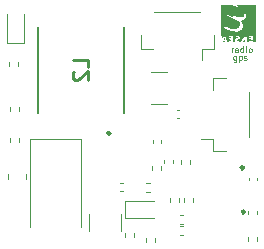
<source format=gbr>
%TF.GenerationSoftware,KiCad,Pcbnew,8.0.5*%
%TF.CreationDate,2024-10-22T15:36:19+02:00*%
%TF.ProjectId,cansatperso,63616e73-6174-4706-9572-736f2e6b6963,rev?*%
%TF.SameCoordinates,Original*%
%TF.FileFunction,Legend,Bot*%
%TF.FilePolarity,Positive*%
%FSLAX46Y46*%
G04 Gerber Fmt 4.6, Leading zero omitted, Abs format (unit mm)*
G04 Created by KiCad (PCBNEW 8.0.5) date 2024-10-22 15:36:19*
%MOMM*%
%LPD*%
G01*
G04 APERTURE LIST*
%ADD10C,0.100000*%
%ADD11C,0.254000*%
%ADD12C,0.120000*%
%ADD13C,0.200000*%
%ADD14C,0.250000*%
%ADD15C,0.000000*%
G04 APERTURE END LIST*
D10*
X193229122Y-77450276D02*
X193229122Y-77855038D01*
X193229122Y-77855038D02*
X193205312Y-77902657D01*
X193205312Y-77902657D02*
X193181503Y-77926466D01*
X193181503Y-77926466D02*
X193133884Y-77950276D01*
X193133884Y-77950276D02*
X193062455Y-77950276D01*
X193062455Y-77950276D02*
X193014836Y-77926466D01*
X193229122Y-77759800D02*
X193181503Y-77783609D01*
X193181503Y-77783609D02*
X193086265Y-77783609D01*
X193086265Y-77783609D02*
X193038646Y-77759800D01*
X193038646Y-77759800D02*
X193014836Y-77735990D01*
X193014836Y-77735990D02*
X192991027Y-77688371D01*
X192991027Y-77688371D02*
X192991027Y-77545514D01*
X192991027Y-77545514D02*
X193014836Y-77497895D01*
X193014836Y-77497895D02*
X193038646Y-77474085D01*
X193038646Y-77474085D02*
X193086265Y-77450276D01*
X193086265Y-77450276D02*
X193181503Y-77450276D01*
X193181503Y-77450276D02*
X193229122Y-77474085D01*
X193467217Y-77450276D02*
X193467217Y-77950276D01*
X193467217Y-77474085D02*
X193514836Y-77450276D01*
X193514836Y-77450276D02*
X193610074Y-77450276D01*
X193610074Y-77450276D02*
X193657693Y-77474085D01*
X193657693Y-77474085D02*
X193681503Y-77497895D01*
X193681503Y-77497895D02*
X193705312Y-77545514D01*
X193705312Y-77545514D02*
X193705312Y-77688371D01*
X193705312Y-77688371D02*
X193681503Y-77735990D01*
X193681503Y-77735990D02*
X193657693Y-77759800D01*
X193657693Y-77759800D02*
X193610074Y-77783609D01*
X193610074Y-77783609D02*
X193514836Y-77783609D01*
X193514836Y-77783609D02*
X193467217Y-77759800D01*
X193895789Y-77759800D02*
X193943408Y-77783609D01*
X193943408Y-77783609D02*
X194038646Y-77783609D01*
X194038646Y-77783609D02*
X194086265Y-77759800D01*
X194086265Y-77759800D02*
X194110074Y-77712180D01*
X194110074Y-77712180D02*
X194110074Y-77688371D01*
X194110074Y-77688371D02*
X194086265Y-77640752D01*
X194086265Y-77640752D02*
X194038646Y-77616942D01*
X194038646Y-77616942D02*
X193967217Y-77616942D01*
X193967217Y-77616942D02*
X193919598Y-77593133D01*
X193919598Y-77593133D02*
X193895789Y-77545514D01*
X193895789Y-77545514D02*
X193895789Y-77521704D01*
X193895789Y-77521704D02*
X193919598Y-77474085D01*
X193919598Y-77474085D02*
X193967217Y-77450276D01*
X193967217Y-77450276D02*
X194038646Y-77450276D01*
X194038646Y-77450276D02*
X194086265Y-77474085D01*
X192834836Y-77133609D02*
X192834836Y-76800276D01*
X192834836Y-76895514D02*
X192858646Y-76847895D01*
X192858646Y-76847895D02*
X192882455Y-76824085D01*
X192882455Y-76824085D02*
X192930074Y-76800276D01*
X192930074Y-76800276D02*
X192977693Y-76800276D01*
X193358646Y-77133609D02*
X193358646Y-76871704D01*
X193358646Y-76871704D02*
X193334836Y-76824085D01*
X193334836Y-76824085D02*
X193287217Y-76800276D01*
X193287217Y-76800276D02*
X193191979Y-76800276D01*
X193191979Y-76800276D02*
X193144360Y-76824085D01*
X193358646Y-77109800D02*
X193311027Y-77133609D01*
X193311027Y-77133609D02*
X193191979Y-77133609D01*
X193191979Y-77133609D02*
X193144360Y-77109800D01*
X193144360Y-77109800D02*
X193120551Y-77062180D01*
X193120551Y-77062180D02*
X193120551Y-77014561D01*
X193120551Y-77014561D02*
X193144360Y-76966942D01*
X193144360Y-76966942D02*
X193191979Y-76943133D01*
X193191979Y-76943133D02*
X193311027Y-76943133D01*
X193311027Y-76943133D02*
X193358646Y-76919323D01*
X193811027Y-77133609D02*
X193811027Y-76633609D01*
X193811027Y-77109800D02*
X193763408Y-77133609D01*
X193763408Y-77133609D02*
X193668170Y-77133609D01*
X193668170Y-77133609D02*
X193620551Y-77109800D01*
X193620551Y-77109800D02*
X193596741Y-77085990D01*
X193596741Y-77085990D02*
X193572932Y-77038371D01*
X193572932Y-77038371D02*
X193572932Y-76895514D01*
X193572932Y-76895514D02*
X193596741Y-76847895D01*
X193596741Y-76847895D02*
X193620551Y-76824085D01*
X193620551Y-76824085D02*
X193668170Y-76800276D01*
X193668170Y-76800276D02*
X193763408Y-76800276D01*
X193763408Y-76800276D02*
X193811027Y-76824085D01*
X194049122Y-77133609D02*
X194049122Y-76800276D01*
X194049122Y-76633609D02*
X194025313Y-76657419D01*
X194025313Y-76657419D02*
X194049122Y-76681228D01*
X194049122Y-76681228D02*
X194072932Y-76657419D01*
X194072932Y-76657419D02*
X194049122Y-76633609D01*
X194049122Y-76633609D02*
X194049122Y-76681228D01*
X194358646Y-77133609D02*
X194311027Y-77109800D01*
X194311027Y-77109800D02*
X194287217Y-77085990D01*
X194287217Y-77085990D02*
X194263408Y-77038371D01*
X194263408Y-77038371D02*
X194263408Y-76895514D01*
X194263408Y-76895514D02*
X194287217Y-76847895D01*
X194287217Y-76847895D02*
X194311027Y-76824085D01*
X194311027Y-76824085D02*
X194358646Y-76800276D01*
X194358646Y-76800276D02*
X194430074Y-76800276D01*
X194430074Y-76800276D02*
X194477693Y-76824085D01*
X194477693Y-76824085D02*
X194501503Y-76847895D01*
X194501503Y-76847895D02*
X194525312Y-76895514D01*
X194525312Y-76895514D02*
X194525312Y-77038371D01*
X194525312Y-77038371D02*
X194501503Y-77085990D01*
X194501503Y-77085990D02*
X194477693Y-77109800D01*
X194477693Y-77109800D02*
X194430074Y-77133609D01*
X194430074Y-77133609D02*
X194358646Y-77133609D01*
D11*
X180634318Y-78408333D02*
X180634318Y-77803571D01*
X180634318Y-77803571D02*
X179364318Y-77803571D01*
X179485270Y-78771190D02*
X179424794Y-78831666D01*
X179424794Y-78831666D02*
X179364318Y-78952619D01*
X179364318Y-78952619D02*
X179364318Y-79255000D01*
X179364318Y-79255000D02*
X179424794Y-79375952D01*
X179424794Y-79375952D02*
X179485270Y-79436428D01*
X179485270Y-79436428D02*
X179606222Y-79496905D01*
X179606222Y-79496905D02*
X179727175Y-79496905D01*
X179727175Y-79496905D02*
X179908603Y-79436428D01*
X179908603Y-79436428D02*
X180634318Y-78710714D01*
X180634318Y-78710714D02*
X180634318Y-79496905D01*
D12*
%TO.C,C19*%
X194990000Y-87754165D02*
X194990000Y-87985835D01*
X194270000Y-87754165D02*
X194270000Y-87985835D01*
%TO.C,C21*%
X188461665Y-91890000D02*
X188693335Y-91890000D01*
X188461665Y-92610000D02*
X188693335Y-92610000D01*
%TO.C,R16*%
X186120000Y-87117621D02*
X186120000Y-86782379D01*
X186880000Y-87117621D02*
X186880000Y-86782379D01*
%TO.C,C27*%
X187120000Y-86525835D02*
X187120000Y-86294165D01*
X187840000Y-86525835D02*
X187840000Y-86294165D01*
%TO.C,J3*%
X190230000Y-84470000D02*
X191220000Y-84470000D01*
X191220000Y-79300000D02*
X192370000Y-79300000D01*
X191220000Y-80350000D02*
X191220000Y-79300000D01*
X191220000Y-84470000D02*
X191220000Y-85520000D01*
X191220000Y-85520000D02*
X192370000Y-85520000D01*
X194340000Y-80470000D02*
X194340000Y-84350000D01*
%TO.C,R15*%
X185897621Y-88190000D02*
X185562379Y-88190000D01*
X185897621Y-88950000D02*
X185562379Y-88950000D01*
D13*
%TO.C,L2*%
X176410000Y-74970000D02*
X176410000Y-82270000D01*
X183710000Y-82270000D02*
X183710000Y-74970000D01*
D12*
%TO.C,C29*%
X187391252Y-78840000D02*
X185968748Y-78840000D01*
X187391252Y-81560000D02*
X185968748Y-81560000D01*
%TO.C,C28*%
X188405835Y-82020000D02*
X188174165Y-82020000D01*
X188405835Y-82740000D02*
X188174165Y-82740000D01*
%TO.C,R11*%
X183820000Y-92442379D02*
X183820000Y-92777621D01*
X184580000Y-92442379D02*
X184580000Y-92777621D01*
%TO.C,J4*%
X185130000Y-76840000D02*
X185130000Y-75690000D01*
X186180000Y-76840000D02*
X185130000Y-76840000D01*
X186300000Y-73720000D02*
X190180000Y-73720000D01*
X190300000Y-76840000D02*
X191350000Y-76840000D01*
X190300000Y-77830000D02*
X190300000Y-76840000D01*
X191350000Y-76840000D02*
X191350000Y-75690000D01*
%TO.C,C25*%
X183615835Y-88170000D02*
X183384165Y-88170000D01*
X183615835Y-88890000D02*
X183384165Y-88890000D01*
D14*
%TO.C,IC5*%
X193950000Y-90670000D02*
G75*
G02*
X193700000Y-90670000I-125000J0D01*
G01*
X193700000Y-90670000D02*
G75*
G02*
X193950000Y-90670000I125000J0D01*
G01*
D12*
%TO.C,R22*%
X174050000Y-82077621D02*
X174050000Y-81742379D01*
X174810000Y-82077621D02*
X174810000Y-81742379D01*
%TO.C,R4*%
X185580000Y-93235121D02*
X185580000Y-92899879D01*
X186340000Y-93235121D02*
X186340000Y-92899879D01*
%TO.C,D1*%
X173815000Y-73930000D02*
X173815000Y-76390000D01*
X173815000Y-76390000D02*
X175285000Y-76390000D01*
X175285000Y-76390000D02*
X175285000Y-73930000D01*
D15*
%TO.C,G\u002A\u002A\u002A*%
G36*
X192260981Y-76190424D02*
G01*
X192329351Y-76231145D01*
X192317737Y-76264231D01*
X192235265Y-76279618D01*
X192152789Y-76267274D01*
X192111221Y-76231145D01*
X192128106Y-76203522D01*
X192205307Y-76182671D01*
X192260981Y-76190424D01*
G37*
G36*
X192256641Y-76010154D02*
G01*
X192250708Y-76046269D01*
X192208168Y-76085725D01*
X192196667Y-76084419D01*
X192159694Y-76040112D01*
X192161543Y-76026513D01*
X192208168Y-75964542D01*
X192233142Y-75959981D01*
X192256641Y-76010154D01*
G37*
G36*
X193978934Y-75988786D02*
G01*
X193995006Y-76032010D01*
X194001679Y-76134198D01*
X194000577Y-76173604D01*
X193975220Y-76257302D01*
X193903488Y-76279618D01*
X193898994Y-76279612D01*
X193838981Y-76272068D01*
X193834204Y-76232380D01*
X193880496Y-76134198D01*
X193887560Y-76120729D01*
X193943354Y-76027105D01*
X193978687Y-75988778D01*
X193978934Y-75988786D01*
G37*
G36*
X192705447Y-73177735D02*
G01*
X192902178Y-73181819D01*
X193039609Y-73193678D01*
X193140697Y-73217365D01*
X193228401Y-73256936D01*
X193325681Y-73316446D01*
X193461078Y-73411448D01*
X193665628Y-73591170D01*
X193811809Y-73770705D01*
X193883678Y-73932453D01*
X193893666Y-73999068D01*
X193873756Y-74080263D01*
X193785395Y-74137132D01*
X193592178Y-74190432D01*
X193348087Y-74167591D01*
X193088172Y-74049847D01*
X192986328Y-73989404D01*
X192864755Y-73926760D01*
X192807508Y-73911629D01*
X192820846Y-73944812D01*
X192911030Y-74027113D01*
X192959945Y-74070375D01*
X193000999Y-74129554D01*
X192962915Y-74145461D01*
X192851059Y-74117682D01*
X192670797Y-74045797D01*
X192584525Y-74010187D01*
X192472107Y-73973418D01*
X192417689Y-73969587D01*
X192414451Y-73977036D01*
X192452777Y-74024937D01*
X192557375Y-74095650D01*
X192709432Y-74178676D01*
X192890140Y-74263515D01*
X193080687Y-74339667D01*
X193244595Y-74400530D01*
X193385542Y-74462390D01*
X193469048Y-74520311D01*
X193514599Y-74588774D01*
X193541679Y-74682260D01*
X193553388Y-74853723D01*
X193490673Y-74997417D01*
X193344176Y-75096448D01*
X193077770Y-75158260D01*
X192771014Y-75140698D01*
X192441412Y-75043630D01*
X192290128Y-74986097D01*
X192174369Y-74949649D01*
X192122445Y-74943458D01*
X192111968Y-74960501D01*
X192137645Y-75023584D01*
X192234857Y-75099339D01*
X192386779Y-75179670D01*
X192576586Y-75256476D01*
X192787452Y-75321658D01*
X193002554Y-75367117D01*
X193013505Y-75368801D01*
X193288216Y-75393264D01*
X193491691Y-75368234D01*
X193637916Y-75289665D01*
X193740880Y-75153509D01*
X193780288Y-75027358D01*
X193786568Y-74853347D01*
X193752727Y-74690868D01*
X193682814Y-74579908D01*
X193623740Y-74513310D01*
X193634631Y-74457726D01*
X193735076Y-74437633D01*
X193756622Y-74436637D01*
X193898951Y-74381970D01*
X194007166Y-74266197D01*
X194050152Y-74120626D01*
X194030296Y-73976982D01*
X193922927Y-73750403D01*
X193726376Y-73524544D01*
X193445102Y-73305413D01*
X193252075Y-73177328D01*
X194087373Y-73177328D01*
X194922671Y-73177328D01*
X194922671Y-74728473D01*
X194922671Y-76279618D01*
X194777252Y-76279618D01*
X194775028Y-76279618D01*
X194692856Y-76274867D01*
X194650276Y-76244757D01*
X194634274Y-76165427D01*
X194631832Y-76013015D01*
X194631832Y-75746412D01*
X194462175Y-75746412D01*
X194439910Y-75746830D01*
X194335131Y-75762846D01*
X194292519Y-75794885D01*
X194322606Y-75826765D01*
X194413702Y-75843358D01*
X194493403Y-75855393D01*
X194534885Y-75891832D01*
X194504798Y-75923712D01*
X194413702Y-75940305D01*
X194334001Y-75952340D01*
X194292519Y-75988778D01*
X194322606Y-76020658D01*
X194413702Y-76037251D01*
X194492747Y-76051482D01*
X194534885Y-76109961D01*
X194511167Y-76157389D01*
X194413702Y-76182671D01*
X194334001Y-76194706D01*
X194292519Y-76231145D01*
X194285206Y-76252625D01*
X194222342Y-76279618D01*
X194190349Y-76266660D01*
X194155993Y-76187697D01*
X194137514Y-76025587D01*
X194136333Y-76007228D01*
X194107824Y-75839420D01*
X194055141Y-75760362D01*
X193982413Y-75772547D01*
X193893769Y-75878467D01*
X193810366Y-76013015D01*
X193809076Y-75875674D01*
X193796072Y-75772449D01*
X193765050Y-75745171D01*
X193726829Y-75786867D01*
X193692200Y-75885478D01*
X193671951Y-76028943D01*
X193669225Y-76071309D01*
X193652592Y-76202161D01*
X193620897Y-76264035D01*
X193564408Y-76279618D01*
X193507572Y-76267129D01*
X193499345Y-76207097D01*
X193506814Y-76177390D01*
X193478165Y-76152332D01*
X193376640Y-76164683D01*
X193286980Y-76174736D01*
X193231497Y-76155190D01*
X193259458Y-76109432D01*
X193371526Y-76052089D01*
X193484342Y-75981858D01*
X193512172Y-75892227D01*
X193446904Y-75797099D01*
X193418389Y-75778823D01*
X193311258Y-75754881D01*
X193204311Y-75771625D01*
X193143154Y-75824885D01*
X193158166Y-75857203D01*
X193248422Y-75855589D01*
X193330924Y-75852426D01*
X193371526Y-75886181D01*
X193366352Y-75907531D01*
X193308081Y-75940305D01*
X193249421Y-75955000D01*
X193150543Y-76010063D01*
X193125262Y-76029824D01*
X193083365Y-76093994D01*
X193117452Y-76179719D01*
X193144250Y-76227623D01*
X193140940Y-76270959D01*
X193056861Y-76279618D01*
X192995920Y-76275237D01*
X192955009Y-76245192D01*
X192938399Y-76165694D01*
X192935267Y-76013015D01*
X192935267Y-75746412D01*
X192765610Y-75746412D01*
X192743345Y-75746830D01*
X192638566Y-75762846D01*
X192595954Y-75794885D01*
X192612839Y-75822508D01*
X192690040Y-75843358D01*
X192745714Y-75851111D01*
X192814084Y-75891832D01*
X192802470Y-75924918D01*
X192719998Y-75940305D01*
X192684016Y-75942049D01*
X192606621Y-75970079D01*
X192612436Y-76013096D01*
X192705019Y-76045998D01*
X192772856Y-76066220D01*
X192814084Y-76109961D01*
X192790263Y-76143494D01*
X192705019Y-76173924D01*
X192637169Y-76193415D01*
X192595954Y-76234516D01*
X192591091Y-76251889D01*
X192533282Y-76279618D01*
X192496865Y-76252703D01*
X192438194Y-76155240D01*
X192379339Y-76011102D01*
X192345703Y-75920815D01*
X192274311Y-75793288D01*
X192203847Y-75762304D01*
X192131506Y-75827673D01*
X192054488Y-75989207D01*
X192041957Y-76021437D01*
X192021214Y-76068111D01*
X192004936Y-76086101D01*
X191992555Y-76066874D01*
X191983507Y-76001897D01*
X191977225Y-75882637D01*
X191973143Y-75700563D01*
X191970695Y-75447140D01*
X191969315Y-75113836D01*
X191968437Y-74692118D01*
X191965801Y-73177328D01*
X192537991Y-73177328D01*
X192705447Y-73177735D01*
G37*
D12*
%TO.C,C24*%
X180720000Y-92241252D02*
X180720000Y-90818748D01*
X183440000Y-92241252D02*
X183440000Y-90818748D01*
%TO.C,R3*%
X174010000Y-78002379D02*
X174010000Y-78337621D01*
X174770000Y-78002379D02*
X174770000Y-78337621D01*
%TO.C,C20*%
X194220000Y-90815835D02*
X194220000Y-90584165D01*
X194940000Y-90815835D02*
X194940000Y-90584165D01*
%TO.C,R19*%
X187590000Y-89827621D02*
X187590000Y-89492379D01*
X188350000Y-89827621D02*
X188350000Y-89492379D01*
%TO.C,R21*%
X174100000Y-84717621D02*
X174100000Y-84382379D01*
X174860000Y-84717621D02*
X174860000Y-84382379D01*
D14*
%TO.C,IC2*%
X193860000Y-86920000D02*
G75*
G02*
X193610000Y-86920000I-125000J0D01*
G01*
X193610000Y-86920000D02*
G75*
G02*
X193860000Y-86920000I125000J0D01*
G01*
D12*
%TO.C,C26*%
X186170000Y-84835835D02*
X186170000Y-84604165D01*
X186890000Y-84835835D02*
X186890000Y-84604165D01*
%TO.C,C18*%
X188464165Y-91640000D02*
X188695835Y-91640000D01*
X188464165Y-90920000D02*
X188695835Y-90920000D01*
%TO.C,D5*%
X183765000Y-89735000D02*
X183765000Y-91205000D01*
X183765000Y-91205000D02*
X186225000Y-91205000D01*
X186225000Y-89735000D02*
X183765000Y-89735000D01*
%TO.C,R17*%
X188510000Y-86587621D02*
X188510000Y-86252379D01*
X189270000Y-86587621D02*
X189270000Y-86252379D01*
%TO.C,D2*%
X175780000Y-91910000D02*
X175780000Y-84500000D01*
X180080000Y-84500000D02*
X175780000Y-84500000D01*
X180080000Y-91910000D02*
X180080000Y-84500000D01*
%TO.C,R1*%
X194960000Y-92772379D02*
X194960000Y-93107621D01*
X194200000Y-92772379D02*
X194200000Y-93107621D01*
%TO.C,R23*%
X173915000Y-87452936D02*
X173915000Y-87907064D01*
X175385000Y-87452936D02*
X175385000Y-87907064D01*
%TO.C,R18*%
X188770000Y-89502379D02*
X188770000Y-89837621D01*
X189530000Y-89502379D02*
X189530000Y-89837621D01*
D14*
%TO.C,IC3*%
X182565000Y-84010000D02*
G75*
G02*
X182315000Y-84010000I-125000J0D01*
G01*
X182315000Y-84010000D02*
G75*
G02*
X182565000Y-84010000I125000J0D01*
G01*
%TD*%
M02*

</source>
